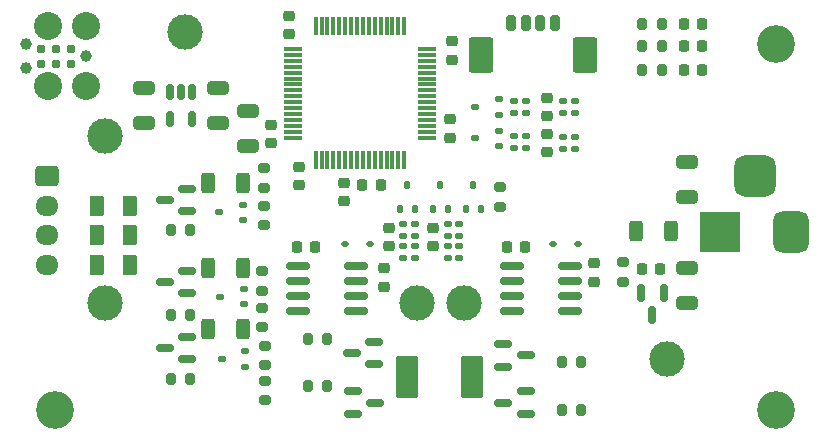
<source format=gts>
%TF.GenerationSoftware,KiCad,Pcbnew,8.0.2-8.0.2-0~ubuntu22.04.1*%
%TF.CreationDate,2024-05-15T13:15:59-07:00*%
%TF.ProjectId,JPBms2,4a50426d-7332-42e6-9b69-6361645f7063,rev?*%
%TF.SameCoordinates,Original*%
%TF.FileFunction,Soldermask,Top*%
%TF.FilePolarity,Negative*%
%FSLAX46Y46*%
G04 Gerber Fmt 4.6, Leading zero omitted, Abs format (unit mm)*
G04 Created by KiCad (PCBNEW 8.0.2-8.0.2-0~ubuntu22.04.1) date 2024-05-15 13:15:59*
%MOMM*%
%LPD*%
G01*
G04 APERTURE LIST*
G04 Aperture macros list*
%AMRoundRect*
0 Rectangle with rounded corners*
0 $1 Rounding radius*
0 $2 $3 $4 $5 $6 $7 $8 $9 X,Y pos of 4 corners*
0 Add a 4 corners polygon primitive as box body*
4,1,4,$2,$3,$4,$5,$6,$7,$8,$9,$2,$3,0*
0 Add four circle primitives for the rounded corners*
1,1,$1+$1,$2,$3*
1,1,$1+$1,$4,$5*
1,1,$1+$1,$6,$7*
1,1,$1+$1,$8,$9*
0 Add four rect primitives between the rounded corners*
20,1,$1+$1,$2,$3,$4,$5,0*
20,1,$1+$1,$4,$5,$6,$7,0*
20,1,$1+$1,$6,$7,$8,$9,0*
20,1,$1+$1,$8,$9,$2,$3,0*%
G04 Aperture macros list end*
%ADD10RoundRect,0.218750X0.218750X0.256250X-0.218750X0.256250X-0.218750X-0.256250X0.218750X-0.256250X0*%
%ADD11RoundRect,0.076000X-0.874000X-1.674000X0.874000X-1.674000X0.874000X1.674000X-0.874000X1.674000X0*%
%ADD12RoundRect,0.135000X0.185000X-0.135000X0.185000X0.135000X-0.185000X0.135000X-0.185000X-0.135000X0*%
%ADD13RoundRect,0.225000X0.250000X-0.225000X0.250000X0.225000X-0.250000X0.225000X-0.250000X-0.225000X0*%
%ADD14RoundRect,0.112500X-0.112500X-0.237500X0.112500X-0.237500X0.112500X0.237500X-0.112500X0.237500X0*%
%ADD15RoundRect,0.150000X-0.150000X0.587500X-0.150000X-0.587500X0.150000X-0.587500X0.150000X0.587500X0*%
%ADD16RoundRect,0.200000X-0.200000X-0.275000X0.200000X-0.275000X0.200000X0.275000X-0.200000X0.275000X0*%
%ADD17RoundRect,0.225000X0.225000X0.250000X-0.225000X0.250000X-0.225000X-0.250000X0.225000X-0.250000X0*%
%ADD18RoundRect,0.250000X-0.375000X-0.625000X0.375000X-0.625000X0.375000X0.625000X-0.375000X0.625000X0*%
%ADD19RoundRect,0.250000X0.650000X-0.325000X0.650000X0.325000X-0.650000X0.325000X-0.650000X-0.325000X0*%
%ADD20RoundRect,0.135000X-0.185000X0.135000X-0.185000X-0.135000X0.185000X-0.135000X0.185000X0.135000X0*%
%ADD21C,2.374900*%
%ADD22C,0.990600*%
%ADD23C,0.787400*%
%ADD24RoundRect,0.250000X-0.725000X0.600000X-0.725000X-0.600000X0.725000X-0.600000X0.725000X0.600000X0*%
%ADD25O,1.950000X1.700000*%
%ADD26RoundRect,0.225000X-0.250000X0.225000X-0.250000X-0.225000X0.250000X-0.225000X0.250000X0.225000X0*%
%ADD27RoundRect,0.200000X-0.275000X0.200000X-0.275000X-0.200000X0.275000X-0.200000X0.275000X0.200000X0*%
%ADD28RoundRect,0.112500X0.237500X-0.112500X0.237500X0.112500X-0.237500X0.112500X-0.237500X-0.112500X0*%
%ADD29C,3.200000*%
%ADD30RoundRect,0.250000X-0.312500X-0.625000X0.312500X-0.625000X0.312500X0.625000X-0.312500X0.625000X0*%
%ADD31RoundRect,0.200000X0.200000X0.275000X-0.200000X0.275000X-0.200000X-0.275000X0.200000X-0.275000X0*%
%ADD32RoundRect,0.150000X-0.150000X0.512500X-0.150000X-0.512500X0.150000X-0.512500X0.150000X0.512500X0*%
%ADD33C,3.000000*%
%ADD34RoundRect,0.250000X-0.650000X0.325000X-0.650000X-0.325000X0.650000X-0.325000X0.650000X0.325000X0*%
%ADD35RoundRect,0.112500X-0.187500X-0.112500X0.187500X-0.112500X0.187500X0.112500X-0.187500X0.112500X0*%
%ADD36RoundRect,0.150000X0.587500X0.150000X-0.587500X0.150000X-0.587500X-0.150000X0.587500X-0.150000X0*%
%ADD37RoundRect,0.200000X-0.200000X-0.450000X0.200000X-0.450000X0.200000X0.450000X-0.200000X0.450000X0*%
%ADD38RoundRect,0.250001X-0.799999X-1.249999X0.799999X-1.249999X0.799999X1.249999X-0.799999X1.249999X0*%
%ADD39R,3.500000X3.500000*%
%ADD40RoundRect,0.750000X0.750000X1.000000X-0.750000X1.000000X-0.750000X-1.000000X0.750000X-1.000000X0*%
%ADD41RoundRect,0.875000X0.875000X0.875000X-0.875000X0.875000X-0.875000X-0.875000X0.875000X-0.875000X0*%
%ADD42RoundRect,0.150000X-0.825000X-0.150000X0.825000X-0.150000X0.825000X0.150000X-0.825000X0.150000X0*%
%ADD43RoundRect,0.150000X-0.587500X-0.150000X0.587500X-0.150000X0.587500X0.150000X-0.587500X0.150000X0*%
%ADD44RoundRect,0.075000X0.075000X-0.700000X0.075000X0.700000X-0.075000X0.700000X-0.075000X-0.700000X0*%
%ADD45RoundRect,0.075000X0.700000X-0.075000X0.700000X0.075000X-0.700000X0.075000X-0.700000X-0.075000X0*%
G04 APERTURE END LIST*
D10*
%TO.C,D4*%
X154750000Y-64330000D03*
X153175000Y-64330000D03*
%TD*%
D11*
%TO.C,L1*%
X129755000Y-94220000D03*
X135255000Y-94220000D03*
%TD*%
D12*
%TO.C,R9*%
X134200000Y-84200000D03*
X134200000Y-83180000D03*
%TD*%
D13*
%TO.C,C19*%
X127800000Y-86575000D03*
X127800000Y-85025000D03*
%TD*%
D14*
%TO.C,D2*%
X129150000Y-80000000D03*
X130450000Y-80000000D03*
X129800000Y-78000000D03*
%TD*%
D15*
%TO.C,U1*%
X151498500Y-87082500D03*
X149598500Y-87082500D03*
X150548500Y-88957500D03*
%TD*%
D16*
%TO.C,R19*%
X109775000Y-94400000D03*
X111425000Y-94400000D03*
%TD*%
D17*
%TO.C,C15*%
X121975000Y-83200000D03*
X120425000Y-83200000D03*
%TD*%
D18*
%TO.C,F2*%
X103480000Y-82220000D03*
X106280000Y-82220000D03*
%TD*%
D10*
%TO.C,D6*%
X154750000Y-68220000D03*
X153175000Y-68220000D03*
%TD*%
D19*
%TO.C,C4*%
X107500000Y-72725000D03*
X107500000Y-69775000D03*
%TD*%
D16*
%TO.C,R15*%
X121350000Y-91000000D03*
X123000000Y-91000000D03*
%TD*%
D20*
%TO.C,R31*%
X138800000Y-70890000D03*
X138800000Y-71910000D03*
%TD*%
D17*
%TO.C,C1*%
X151211500Y-85128000D03*
X149661500Y-85128000D03*
%TD*%
D21*
%TO.C,J2*%
X102550000Y-69625000D03*
D22*
X102550000Y-67085000D03*
D21*
X102550000Y-64545000D03*
X99375000Y-69625000D03*
X99375000Y-64545000D03*
D22*
X97470000Y-68101000D03*
X97470000Y-66069000D03*
D23*
X101280000Y-66450000D03*
X101280000Y-67720000D03*
X100010000Y-66450000D03*
X100010000Y-67720000D03*
X98740000Y-66450000D03*
X98740000Y-67720000D03*
%TD*%
D24*
%TO.C,BAL1*%
X99280000Y-77220000D03*
D25*
X99280000Y-79720000D03*
X99280000Y-82220000D03*
X99280000Y-84720000D03*
%TD*%
D26*
%TO.C,C12*%
X133400000Y-72425000D03*
X133400000Y-73975000D03*
%TD*%
D27*
%TO.C,R22*%
X117729000Y-91590000D03*
X117729000Y-93240000D03*
%TD*%
D28*
%TO.C,Q10*%
X115875000Y-80950000D03*
X115875000Y-79650000D03*
X113875000Y-80300000D03*
%TD*%
D29*
%TO.C,H3*%
X161000000Y-97000000D03*
%TD*%
D30*
%TO.C,R28*%
X112937500Y-85000000D03*
X115862500Y-85000000D03*
%TD*%
D31*
%TO.C,R18*%
X144500000Y-97000000D03*
X142850000Y-97000000D03*
%TD*%
D29*
%TO.C,H2*%
X100000000Y-97000000D03*
%TD*%
D20*
%TO.C,R33*%
X143000000Y-70890000D03*
X143000000Y-71910000D03*
%TD*%
D16*
%TO.C,R12*%
X149675000Y-64330000D03*
X151325000Y-64330000D03*
%TD*%
D12*
%TO.C,R4*%
X129400000Y-84200000D03*
X129400000Y-83180000D03*
%TD*%
D32*
%TO.C,U2*%
X111592500Y-70132500D03*
X110642500Y-70132500D03*
X109692500Y-70132500D03*
X109692500Y-72407500D03*
X111592500Y-72407500D03*
%TD*%
D33*
%TO.C,TP2*%
X104200000Y-88000000D03*
%TD*%
D26*
%TO.C,C10*%
X133600000Y-65825000D03*
X133600000Y-67375000D03*
%TD*%
D34*
%TO.C,C3*%
X153500000Y-85025000D03*
X153500000Y-87975000D03*
%TD*%
D19*
%TO.C,C8*%
X116336748Y-74689253D03*
X116336748Y-71739253D03*
%TD*%
D33*
%TO.C,TP6*%
X134600000Y-88000000D03*
%TD*%
D12*
%TO.C,R8*%
X133200000Y-84200000D03*
X133200000Y-83180000D03*
%TD*%
D27*
%TO.C,R26*%
X117475000Y-88352000D03*
X117475000Y-90002000D03*
%TD*%
D14*
%TO.C,D3*%
X131950000Y-79978000D03*
X133250000Y-79978000D03*
X132600000Y-77978000D03*
%TD*%
D35*
%TO.C,D9*%
X124550000Y-83000000D03*
X126650000Y-83000000D03*
%TD*%
D36*
%TO.C,Q7*%
X111137500Y-80200000D03*
X111137500Y-78300000D03*
X109262500Y-79250000D03*
%TD*%
D26*
%TO.C,C13*%
X120650000Y-76441000D03*
X120650000Y-77991000D03*
%TD*%
D20*
%TO.C,R6*%
X130400000Y-81290000D03*
X130400000Y-82310000D03*
%TD*%
D30*
%TO.C,R29*%
X112937500Y-90200000D03*
X115862500Y-90200000D03*
%TD*%
D37*
%TO.C,UART1*%
X138557000Y-64262000D03*
X139807000Y-64262000D03*
X141057000Y-64262000D03*
X142307000Y-64262000D03*
D38*
X136007000Y-67012000D03*
X144857000Y-67012000D03*
%TD*%
D13*
%TO.C,C17*%
X141600000Y-72175000D03*
X141600000Y-70625000D03*
%TD*%
D10*
%TO.C,D5*%
X154750000Y-66220000D03*
X153175000Y-66220000D03*
%TD*%
D28*
%TO.C,Q8*%
X116062500Y-93360000D03*
X116062500Y-92060000D03*
X114062500Y-92710000D03*
%TD*%
D13*
%TO.C,C11*%
X118280000Y-74435000D03*
X118280000Y-72885000D03*
%TD*%
%TO.C,C7*%
X132000000Y-83175000D03*
X132000000Y-81625000D03*
%TD*%
D27*
%TO.C,R27*%
X117625000Y-79725000D03*
X117625000Y-81375000D03*
%TD*%
D28*
%TO.C,Q9*%
X115973417Y-88084222D03*
X115973417Y-86784222D03*
X113973417Y-87434222D03*
%TD*%
D14*
%TO.C,D1*%
X134732000Y-79994000D03*
X136032000Y-79994000D03*
X135382000Y-77994000D03*
%TD*%
D20*
%TO.C,R32*%
X139800000Y-70890000D03*
X139800000Y-71910000D03*
%TD*%
D28*
%TO.C,D8*%
X137523000Y-74679000D03*
X137523000Y-73379000D03*
X135523000Y-74029000D03*
%TD*%
D33*
%TO.C,TP3*%
X151750000Y-92720000D03*
%TD*%
%TO.C,TP1*%
X104200000Y-73800000D03*
%TD*%
%TO.C,TP4*%
X111000000Y-65024000D03*
%TD*%
D29*
%TO.C,H1*%
X161000000Y-66000000D03*
%TD*%
D26*
%TO.C,C14*%
X124400000Y-77825000D03*
X124400000Y-79375000D03*
%TD*%
D27*
%TO.C,R1*%
X137600000Y-78175000D03*
X137600000Y-79825000D03*
%TD*%
D19*
%TO.C,C5*%
X113750000Y-72725000D03*
X113750000Y-69775000D03*
%TD*%
D12*
%TO.C,R35*%
X139804089Y-74823670D03*
X139804089Y-73803670D03*
%TD*%
D27*
%TO.C,R2*%
X148048500Y-84520000D03*
X148048500Y-86170000D03*
%TD*%
D17*
%TO.C,C16*%
X139750000Y-83250000D03*
X138200000Y-83250000D03*
%TD*%
D16*
%TO.C,R16*%
X121350000Y-95000000D03*
X123000000Y-95000000D03*
%TD*%
D33*
%TO.C,TP5*%
X130600000Y-88000000D03*
%TD*%
D30*
%TO.C,R30*%
X112937500Y-77800000D03*
X115862500Y-77800000D03*
%TD*%
%TO.C,R3*%
X149159500Y-81915000D03*
X152084500Y-81915000D03*
%TD*%
D13*
%TO.C,C6*%
X128200000Y-83175000D03*
X128200000Y-81625000D03*
%TD*%
D27*
%TO.C,R25*%
X117729000Y-94575000D03*
X117729000Y-96225000D03*
%TD*%
D16*
%TO.C,R21*%
X109775000Y-81788000D03*
X111425000Y-81788000D03*
%TD*%
D13*
%TO.C,C20*%
X145600000Y-86175000D03*
X145600000Y-84625000D03*
%TD*%
D28*
%TO.C,D7*%
X137539000Y-72027000D03*
X137539000Y-70727000D03*
X135539000Y-71377000D03*
%TD*%
D13*
%TO.C,C18*%
X141600000Y-75175000D03*
X141600000Y-73625000D03*
%TD*%
D39*
%TO.C,J1*%
X156250000Y-81920000D03*
D40*
X162250000Y-81920000D03*
D41*
X159250000Y-77220000D03*
%TD*%
D42*
%TO.C,U4*%
X120525000Y-84815000D03*
X120525000Y-86085000D03*
X120525000Y-87355000D03*
X120525000Y-88625000D03*
X125475000Y-88625000D03*
X125475000Y-87355000D03*
X125475000Y-86085000D03*
X125475000Y-84815000D03*
%TD*%
D19*
%TO.C,C2*%
X153500000Y-78975000D03*
X153500000Y-76025000D03*
%TD*%
D18*
%TO.C,F1*%
X103480000Y-79720000D03*
X106280000Y-79720000D03*
%TD*%
D26*
%TO.C,C21*%
X119800000Y-63650000D03*
X119800000Y-65200000D03*
%TD*%
D16*
%TO.C,R20*%
X109775000Y-89000000D03*
X111425000Y-89000000D03*
%TD*%
D12*
%TO.C,R5*%
X130406216Y-84202550D03*
X130406216Y-83182550D03*
%TD*%
D20*
%TO.C,R10*%
X133200000Y-81290000D03*
X133200000Y-82310000D03*
%TD*%
D16*
%TO.C,R14*%
X149675000Y-68220000D03*
X151325000Y-68220000D03*
%TD*%
D36*
%TO.C,Q4*%
X139800000Y-97350000D03*
X139800000Y-95450000D03*
X137925000Y-96400000D03*
%TD*%
D17*
%TO.C,C9*%
X127521000Y-78000000D03*
X125971000Y-78000000D03*
%TD*%
D36*
%TO.C,Q1*%
X127000000Y-93150000D03*
X127000000Y-91250000D03*
X125125000Y-92200000D03*
%TD*%
D12*
%TO.C,R36*%
X138800000Y-74820000D03*
X138800000Y-73800000D03*
%TD*%
D36*
%TO.C,Q5*%
X111137500Y-92750000D03*
X111137500Y-90850000D03*
X109262500Y-91800000D03*
%TD*%
D43*
%TO.C,Q3*%
X125217500Y-95450000D03*
X125217500Y-97350000D03*
X127092500Y-96400000D03*
%TD*%
D35*
%TO.C,D10*%
X142100000Y-83000000D03*
X144200000Y-83000000D03*
%TD*%
D27*
%TO.C,R24*%
X117625000Y-76550000D03*
X117625000Y-78200000D03*
%TD*%
D36*
%TO.C,Q6*%
X111137500Y-87150000D03*
X111137500Y-85250000D03*
X109262500Y-86200000D03*
%TD*%
D27*
%TO.C,R23*%
X117475000Y-85303000D03*
X117475000Y-86953000D03*
%TD*%
D18*
%TO.C,F3*%
X103480000Y-84720000D03*
X106280000Y-84720000D03*
%TD*%
D42*
%TO.C,U5*%
X138655000Y-84815000D03*
X138655000Y-86085000D03*
X138655000Y-87355000D03*
X138655000Y-88625000D03*
X143605000Y-88625000D03*
X143605000Y-87355000D03*
X143605000Y-86085000D03*
X143605000Y-84815000D03*
%TD*%
D20*
%TO.C,R7*%
X129402725Y-81308650D03*
X129402725Y-82328650D03*
%TD*%
%TO.C,R11*%
X134194447Y-81292464D03*
X134194447Y-82312464D03*
%TD*%
%TO.C,R34*%
X144000000Y-70890000D03*
X144000000Y-71910000D03*
%TD*%
D44*
%TO.C,U3*%
X122030000Y-75895000D03*
X122530000Y-75895000D03*
X123030000Y-75895000D03*
X123530000Y-75895000D03*
X124030000Y-75895000D03*
X124530000Y-75895000D03*
X125030000Y-75895000D03*
X125530000Y-75895000D03*
X126030000Y-75895000D03*
X126530000Y-75895000D03*
X127030000Y-75895000D03*
X127530000Y-75895000D03*
X128030000Y-75895000D03*
X128530000Y-75895000D03*
X129030000Y-75895000D03*
X129530000Y-75895000D03*
D45*
X131455000Y-73970000D03*
X131455000Y-73470000D03*
X131455000Y-72970000D03*
X131455000Y-72470000D03*
X131455000Y-71970000D03*
X131455000Y-71470000D03*
X131455000Y-70970000D03*
X131455000Y-70470000D03*
X131455000Y-69970000D03*
X131455000Y-69470000D03*
X131455000Y-68970000D03*
X131455000Y-68470000D03*
X131455000Y-67970000D03*
X131455000Y-67470000D03*
X131455000Y-66970000D03*
X131455000Y-66470000D03*
D44*
X129530000Y-64545000D03*
X129030000Y-64545000D03*
X128530000Y-64545000D03*
X128030000Y-64545000D03*
X127530000Y-64545000D03*
X127030000Y-64545000D03*
X126530000Y-64545000D03*
X126030000Y-64545000D03*
X125530000Y-64545000D03*
X125030000Y-64545000D03*
X124530000Y-64545000D03*
X124030000Y-64545000D03*
X123530000Y-64545000D03*
X123030000Y-64545000D03*
X122530000Y-64545000D03*
X122030000Y-64545000D03*
D45*
X120105000Y-66470000D03*
X120105000Y-66970000D03*
X120105000Y-67470000D03*
X120105000Y-67970000D03*
X120105000Y-68470000D03*
X120105000Y-68970000D03*
X120105000Y-69470000D03*
X120105000Y-69970000D03*
X120105000Y-70470000D03*
X120105000Y-70970000D03*
X120105000Y-71470000D03*
X120105000Y-71970000D03*
X120105000Y-72470000D03*
X120105000Y-72970000D03*
X120105000Y-73470000D03*
X120105000Y-73970000D03*
%TD*%
D16*
%TO.C,R13*%
X149675000Y-66220000D03*
X151325000Y-66220000D03*
%TD*%
D31*
%TO.C,R17*%
X144500000Y-93000000D03*
X142850000Y-93000000D03*
%TD*%
D43*
%TO.C,Q2*%
X137925000Y-91450000D03*
X137925000Y-93350000D03*
X139800000Y-92400000D03*
%TD*%
D20*
%TO.C,R37*%
X144000000Y-73890000D03*
X144000000Y-74910000D03*
%TD*%
%TO.C,R38*%
X143000000Y-73890000D03*
X143000000Y-74910000D03*
%TD*%
M02*

</source>
